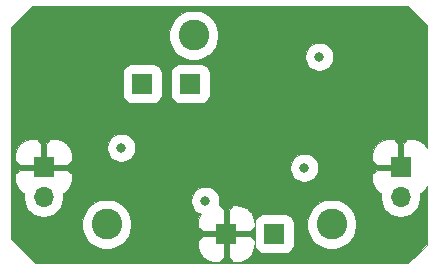
<source format=gbr>
%TF.GenerationSoftware,KiCad,Pcbnew,5.1.10-88a1d61d58~89~ubuntu20.04.1*%
%TF.CreationDate,2022-01-03T20:00:55+01:00*%
%TF.ProjectId,PowerBankAlwaysActive,506f7765-7242-4616-9e6b-416c77617973,rev?*%
%TF.SameCoordinates,Original*%
%TF.FileFunction,Copper,L2,Inr*%
%TF.FilePolarity,Positive*%
%FSLAX46Y46*%
G04 Gerber Fmt 4.6, Leading zero omitted, Abs format (unit mm)*
G04 Created by KiCad (PCBNEW 5.1.10-88a1d61d58~89~ubuntu20.04.1) date 2022-01-03 20:00:55*
%MOMM*%
%LPD*%
G01*
G04 APERTURE LIST*
%TA.AperFunction,ComponentPad*%
%ADD10R,1.700000X1.700000*%
%TD*%
%TA.AperFunction,ComponentPad*%
%ADD11O,1.700000X1.700000*%
%TD*%
%TA.AperFunction,ComponentPad*%
%ADD12C,2.600000*%
%TD*%
%TA.AperFunction,ViaPad*%
%ADD13C,0.800000*%
%TD*%
%TA.AperFunction,Conductor*%
%ADD14C,0.100000*%
%TD*%
G04 APERTURE END LIST*
D10*
%TO.N,+5V*%
%TO.C,J1*%
X25400000Y-36576000D03*
D11*
%TO.N,GND*%
X25400000Y-39116000D03*
%TD*%
%TO.N,GND*%
%TO.C,J2*%
X55626000Y-39116000D03*
D10*
%TO.N,+5V*%
X55626000Y-36576000D03*
%TD*%
D12*
%TO.N,N/C*%
%TO.C,H1*%
X30734000Y-41402000D03*
%TD*%
%TO.N,N/C*%
%TO.C,H2*%
X49784000Y-41402000D03*
%TD*%
%TO.N,N/C*%
%TO.C,H3*%
X38100000Y-25400000D03*
%TD*%
D10*
%TO.N,GND*%
%TO.C,gnd*%
X44936000Y-42196000D03*
%TD*%
%TO.N,+5V*%
%TO.C,+5*%
X40872000Y-42196000D03*
%TD*%
%TO.N,/trig*%
%TO.C,trig*%
X33760000Y-29496000D03*
%TD*%
%TO.N,/output*%
%TO.C,out*%
X37824000Y-29496000D03*
%TD*%
D13*
%TO.N,GND*%
X47476000Y-36608000D03*
X39094000Y-39402000D03*
X31982000Y-34912998D03*
X48746000Y-27210000D03*
%TO.N,+5V*%
X34014000Y-25940000D03*
X34014000Y-41688000D03*
X41126000Y-24670000D03*
%TD*%
D14*
%TO.N,+5V*%
X57827000Y-24503726D02*
X57827001Y-34965443D01*
X57771014Y-34860699D01*
X57577319Y-34624681D01*
X57341301Y-34430986D01*
X57072029Y-34287058D01*
X56779853Y-34198427D01*
X56476000Y-34168500D01*
X56213500Y-34176000D01*
X55826000Y-34563500D01*
X55826000Y-36376000D01*
X55846000Y-36376000D01*
X55846000Y-36776000D01*
X55826000Y-36776000D01*
X55826000Y-36796000D01*
X55426000Y-36796000D01*
X55426000Y-36776000D01*
X53613500Y-36776000D01*
X53226000Y-37163500D01*
X53218500Y-37426000D01*
X53248427Y-37729853D01*
X53337058Y-38022029D01*
X53480986Y-38291301D01*
X53674681Y-38527319D01*
X53910699Y-38721014D01*
X54011522Y-38774905D01*
X53976000Y-38953489D01*
X53976000Y-39278511D01*
X54039408Y-39597287D01*
X54163789Y-39897568D01*
X54344361Y-40167814D01*
X54574186Y-40397639D01*
X54844432Y-40578211D01*
X55144713Y-40702592D01*
X55463489Y-40766000D01*
X55788511Y-40766000D01*
X56107287Y-40702592D01*
X56407568Y-40578211D01*
X56677814Y-40397639D01*
X56907639Y-40167814D01*
X57088211Y-39897568D01*
X57212592Y-39597287D01*
X57276000Y-39278511D01*
X57276000Y-38953489D01*
X57240478Y-38774905D01*
X57341301Y-38721014D01*
X57577319Y-38527319D01*
X57771014Y-38291301D01*
X57827001Y-38186557D01*
X57827001Y-43124273D01*
X56278275Y-44673000D01*
X24703726Y-44673000D01*
X22647000Y-42616275D01*
X22647000Y-41195168D01*
X28634000Y-41195168D01*
X28634000Y-41608832D01*
X28714702Y-42014547D01*
X28873004Y-42396723D01*
X29102823Y-42740672D01*
X29395328Y-43033177D01*
X29739277Y-43262996D01*
X30121453Y-43421298D01*
X30527168Y-43502000D01*
X30940832Y-43502000D01*
X31346547Y-43421298D01*
X31728723Y-43262996D01*
X32053480Y-43046000D01*
X38464500Y-43046000D01*
X38494427Y-43349853D01*
X38583058Y-43642029D01*
X38726986Y-43911301D01*
X38920681Y-44147319D01*
X39156699Y-44341014D01*
X39425971Y-44484942D01*
X39718147Y-44573573D01*
X40022000Y-44603500D01*
X40284500Y-44596000D01*
X40672000Y-44208500D01*
X40672000Y-42396000D01*
X41072000Y-42396000D01*
X41072000Y-44208500D01*
X41459500Y-44596000D01*
X41722000Y-44603500D01*
X42025853Y-44573573D01*
X42318029Y-44484942D01*
X42587301Y-44341014D01*
X42823319Y-44147319D01*
X43017014Y-43911301D01*
X43160942Y-43642029D01*
X43249573Y-43349853D01*
X43279500Y-43046000D01*
X43272000Y-42783500D01*
X42884500Y-42396000D01*
X41072000Y-42396000D01*
X40672000Y-42396000D01*
X38859500Y-42396000D01*
X38472000Y-42783500D01*
X38464500Y-43046000D01*
X32053480Y-43046000D01*
X32072672Y-43033177D01*
X32365177Y-42740672D01*
X32594996Y-42396723D01*
X32753298Y-42014547D01*
X32834000Y-41608832D01*
X32834000Y-41195168D01*
X32753298Y-40789453D01*
X32594996Y-40407277D01*
X32365177Y-40063328D01*
X32072672Y-39770823D01*
X31728723Y-39541004D01*
X31346547Y-39382702D01*
X30940832Y-39302000D01*
X30527168Y-39302000D01*
X30121453Y-39382702D01*
X29739277Y-39541004D01*
X29395328Y-39770823D01*
X29102823Y-40063328D01*
X28873004Y-40407277D01*
X28714702Y-40789453D01*
X28634000Y-41195168D01*
X22647000Y-41195168D01*
X22647000Y-37426000D01*
X22992500Y-37426000D01*
X23022427Y-37729853D01*
X23111058Y-38022029D01*
X23254986Y-38291301D01*
X23448681Y-38527319D01*
X23684699Y-38721014D01*
X23785522Y-38774905D01*
X23750000Y-38953489D01*
X23750000Y-39278511D01*
X23813408Y-39597287D01*
X23937789Y-39897568D01*
X24118361Y-40167814D01*
X24348186Y-40397639D01*
X24618432Y-40578211D01*
X24918713Y-40702592D01*
X25237489Y-40766000D01*
X25562511Y-40766000D01*
X25881287Y-40702592D01*
X26181568Y-40578211D01*
X26451814Y-40397639D01*
X26681639Y-40167814D01*
X26862211Y-39897568D01*
X26986592Y-39597287D01*
X27048945Y-39283810D01*
X37894000Y-39283810D01*
X37894000Y-39520190D01*
X37940116Y-39752027D01*
X38030574Y-39970413D01*
X38161899Y-40166955D01*
X38329045Y-40334101D01*
X38525587Y-40465426D01*
X38697163Y-40536495D01*
X38583058Y-40749971D01*
X38494427Y-41042147D01*
X38464500Y-41346000D01*
X38472000Y-41608500D01*
X38859500Y-41996000D01*
X40672000Y-41996000D01*
X40672000Y-40183500D01*
X41072000Y-40183500D01*
X41072000Y-41996000D01*
X42884500Y-41996000D01*
X43272000Y-41608500D01*
X43279500Y-41346000D01*
X43282130Y-41346000D01*
X43282130Y-43046000D01*
X43297576Y-43202827D01*
X43343321Y-43353628D01*
X43417607Y-43492606D01*
X43517578Y-43614422D01*
X43639394Y-43714393D01*
X43778372Y-43788679D01*
X43929173Y-43834424D01*
X44086000Y-43849870D01*
X45786000Y-43849870D01*
X45942827Y-43834424D01*
X46093628Y-43788679D01*
X46232606Y-43714393D01*
X46354422Y-43614422D01*
X46454393Y-43492606D01*
X46528679Y-43353628D01*
X46574424Y-43202827D01*
X46589870Y-43046000D01*
X46589870Y-41346000D01*
X46575015Y-41195168D01*
X47684000Y-41195168D01*
X47684000Y-41608832D01*
X47764702Y-42014547D01*
X47923004Y-42396723D01*
X48152823Y-42740672D01*
X48445328Y-43033177D01*
X48789277Y-43262996D01*
X49171453Y-43421298D01*
X49577168Y-43502000D01*
X49990832Y-43502000D01*
X50396547Y-43421298D01*
X50778723Y-43262996D01*
X51122672Y-43033177D01*
X51415177Y-42740672D01*
X51644996Y-42396723D01*
X51803298Y-42014547D01*
X51884000Y-41608832D01*
X51884000Y-41195168D01*
X51803298Y-40789453D01*
X51644996Y-40407277D01*
X51415177Y-40063328D01*
X51122672Y-39770823D01*
X50778723Y-39541004D01*
X50396547Y-39382702D01*
X49990832Y-39302000D01*
X49577168Y-39302000D01*
X49171453Y-39382702D01*
X48789277Y-39541004D01*
X48445328Y-39770823D01*
X48152823Y-40063328D01*
X47923004Y-40407277D01*
X47764702Y-40789453D01*
X47684000Y-41195168D01*
X46575015Y-41195168D01*
X46574424Y-41189173D01*
X46528679Y-41038372D01*
X46454393Y-40899394D01*
X46354422Y-40777578D01*
X46232606Y-40677607D01*
X46093628Y-40603321D01*
X45942827Y-40557576D01*
X45786000Y-40542130D01*
X44086000Y-40542130D01*
X43929173Y-40557576D01*
X43778372Y-40603321D01*
X43639394Y-40677607D01*
X43517578Y-40777578D01*
X43417607Y-40899394D01*
X43343321Y-41038372D01*
X43297576Y-41189173D01*
X43282130Y-41346000D01*
X43279500Y-41346000D01*
X43249573Y-41042147D01*
X43160942Y-40749971D01*
X43017014Y-40480699D01*
X42823319Y-40244681D01*
X42587301Y-40050986D01*
X42318029Y-39907058D01*
X42025853Y-39818427D01*
X41722000Y-39788500D01*
X41459500Y-39796000D01*
X41072000Y-40183500D01*
X40672000Y-40183500D01*
X40284500Y-39796000D01*
X40230311Y-39794452D01*
X40247884Y-39752027D01*
X40294000Y-39520190D01*
X40294000Y-39283810D01*
X40247884Y-39051973D01*
X40157426Y-38833587D01*
X40026101Y-38637045D01*
X39858955Y-38469899D01*
X39662413Y-38338574D01*
X39444027Y-38248116D01*
X39212190Y-38202000D01*
X38975810Y-38202000D01*
X38743973Y-38248116D01*
X38525587Y-38338574D01*
X38329045Y-38469899D01*
X38161899Y-38637045D01*
X38030574Y-38833587D01*
X37940116Y-39051973D01*
X37894000Y-39283810D01*
X27048945Y-39283810D01*
X27050000Y-39278511D01*
X27050000Y-38953489D01*
X27014478Y-38774905D01*
X27115301Y-38721014D01*
X27351319Y-38527319D01*
X27545014Y-38291301D01*
X27688942Y-38022029D01*
X27777573Y-37729853D01*
X27807500Y-37426000D01*
X27800000Y-37163500D01*
X27412500Y-36776000D01*
X25600000Y-36776000D01*
X25600000Y-36796000D01*
X25200000Y-36796000D01*
X25200000Y-36776000D01*
X23387500Y-36776000D01*
X23000000Y-37163500D01*
X22992500Y-37426000D01*
X22647000Y-37426000D01*
X22647000Y-36489810D01*
X46276000Y-36489810D01*
X46276000Y-36726190D01*
X46322116Y-36958027D01*
X46412574Y-37176413D01*
X46543899Y-37372955D01*
X46711045Y-37540101D01*
X46907587Y-37671426D01*
X47125973Y-37761884D01*
X47357810Y-37808000D01*
X47594190Y-37808000D01*
X47826027Y-37761884D01*
X48044413Y-37671426D01*
X48240955Y-37540101D01*
X48408101Y-37372955D01*
X48539426Y-37176413D01*
X48629884Y-36958027D01*
X48676000Y-36726190D01*
X48676000Y-36489810D01*
X48629884Y-36257973D01*
X48539426Y-36039587D01*
X48408101Y-35843045D01*
X48291056Y-35726000D01*
X53218500Y-35726000D01*
X53226000Y-35988500D01*
X53613500Y-36376000D01*
X55426000Y-36376000D01*
X55426000Y-34563500D01*
X55038500Y-34176000D01*
X54776000Y-34168500D01*
X54472147Y-34198427D01*
X54179971Y-34287058D01*
X53910699Y-34430986D01*
X53674681Y-34624681D01*
X53480986Y-34860699D01*
X53337058Y-35129971D01*
X53248427Y-35422147D01*
X53218500Y-35726000D01*
X48291056Y-35726000D01*
X48240955Y-35675899D01*
X48044413Y-35544574D01*
X47826027Y-35454116D01*
X47594190Y-35408000D01*
X47357810Y-35408000D01*
X47125973Y-35454116D01*
X46907587Y-35544574D01*
X46711045Y-35675899D01*
X46543899Y-35843045D01*
X46412574Y-36039587D01*
X46322116Y-36257973D01*
X46276000Y-36489810D01*
X22647000Y-36489810D01*
X22647000Y-35726000D01*
X22992500Y-35726000D01*
X23000000Y-35988500D01*
X23387500Y-36376000D01*
X25200000Y-36376000D01*
X25200000Y-34563500D01*
X25600000Y-34563500D01*
X25600000Y-36376000D01*
X27412500Y-36376000D01*
X27800000Y-35988500D01*
X27807500Y-35726000D01*
X27777573Y-35422147D01*
X27688942Y-35129971D01*
X27545014Y-34860699D01*
X27490939Y-34794808D01*
X30782000Y-34794808D01*
X30782000Y-35031188D01*
X30828116Y-35263025D01*
X30918574Y-35481411D01*
X31049899Y-35677953D01*
X31217045Y-35845099D01*
X31413587Y-35976424D01*
X31631973Y-36066882D01*
X31863810Y-36112998D01*
X32100190Y-36112998D01*
X32332027Y-36066882D01*
X32550413Y-35976424D01*
X32746955Y-35845099D01*
X32914101Y-35677953D01*
X33045426Y-35481411D01*
X33135884Y-35263025D01*
X33182000Y-35031188D01*
X33182000Y-34794808D01*
X33135884Y-34562971D01*
X33045426Y-34344585D01*
X32914101Y-34148043D01*
X32746955Y-33980897D01*
X32550413Y-33849572D01*
X32332027Y-33759114D01*
X32100190Y-33712998D01*
X31863810Y-33712998D01*
X31631973Y-33759114D01*
X31413587Y-33849572D01*
X31217045Y-33980897D01*
X31049899Y-34148043D01*
X30918574Y-34344585D01*
X30828116Y-34562971D01*
X30782000Y-34794808D01*
X27490939Y-34794808D01*
X27351319Y-34624681D01*
X27115301Y-34430986D01*
X26846029Y-34287058D01*
X26553853Y-34198427D01*
X26250000Y-34168500D01*
X25987500Y-34176000D01*
X25600000Y-34563500D01*
X25200000Y-34563500D01*
X24812500Y-34176000D01*
X24550000Y-34168500D01*
X24246147Y-34198427D01*
X23953971Y-34287058D01*
X23684699Y-34430986D01*
X23448681Y-34624681D01*
X23254986Y-34860699D01*
X23111058Y-35129971D01*
X23022427Y-35422147D01*
X22992500Y-35726000D01*
X22647000Y-35726000D01*
X22647000Y-28646000D01*
X32106130Y-28646000D01*
X32106130Y-30346000D01*
X32121576Y-30502827D01*
X32167321Y-30653628D01*
X32241607Y-30792606D01*
X32341578Y-30914422D01*
X32463394Y-31014393D01*
X32602372Y-31088679D01*
X32753173Y-31134424D01*
X32910000Y-31149870D01*
X34610000Y-31149870D01*
X34766827Y-31134424D01*
X34917628Y-31088679D01*
X35056606Y-31014393D01*
X35178422Y-30914422D01*
X35278393Y-30792606D01*
X35352679Y-30653628D01*
X35398424Y-30502827D01*
X35413870Y-30346000D01*
X35413870Y-28646000D01*
X36170130Y-28646000D01*
X36170130Y-30346000D01*
X36185576Y-30502827D01*
X36231321Y-30653628D01*
X36305607Y-30792606D01*
X36405578Y-30914422D01*
X36527394Y-31014393D01*
X36666372Y-31088679D01*
X36817173Y-31134424D01*
X36974000Y-31149870D01*
X38674000Y-31149870D01*
X38830827Y-31134424D01*
X38981628Y-31088679D01*
X39120606Y-31014393D01*
X39242422Y-30914422D01*
X39342393Y-30792606D01*
X39416679Y-30653628D01*
X39462424Y-30502827D01*
X39477870Y-30346000D01*
X39477870Y-28646000D01*
X39462424Y-28489173D01*
X39416679Y-28338372D01*
X39342393Y-28199394D01*
X39242422Y-28077578D01*
X39120606Y-27977607D01*
X38981628Y-27903321D01*
X38830827Y-27857576D01*
X38674000Y-27842130D01*
X36974000Y-27842130D01*
X36817173Y-27857576D01*
X36666372Y-27903321D01*
X36527394Y-27977607D01*
X36405578Y-28077578D01*
X36305607Y-28199394D01*
X36231321Y-28338372D01*
X36185576Y-28489173D01*
X36170130Y-28646000D01*
X35413870Y-28646000D01*
X35398424Y-28489173D01*
X35352679Y-28338372D01*
X35278393Y-28199394D01*
X35178422Y-28077578D01*
X35056606Y-27977607D01*
X34917628Y-27903321D01*
X34766827Y-27857576D01*
X34610000Y-27842130D01*
X32910000Y-27842130D01*
X32753173Y-27857576D01*
X32602372Y-27903321D01*
X32463394Y-27977607D01*
X32341578Y-28077578D01*
X32241607Y-28199394D01*
X32167321Y-28338372D01*
X32121576Y-28489173D01*
X32106130Y-28646000D01*
X22647000Y-28646000D01*
X22647000Y-25193168D01*
X36000000Y-25193168D01*
X36000000Y-25606832D01*
X36080702Y-26012547D01*
X36239004Y-26394723D01*
X36468823Y-26738672D01*
X36761328Y-27031177D01*
X37105277Y-27260996D01*
X37487453Y-27419298D01*
X37893168Y-27500000D01*
X38306832Y-27500000D01*
X38712547Y-27419298D01*
X39094723Y-27260996D01*
X39347928Y-27091810D01*
X47546000Y-27091810D01*
X47546000Y-27328190D01*
X47592116Y-27560027D01*
X47682574Y-27778413D01*
X47813899Y-27974955D01*
X47981045Y-28142101D01*
X48177587Y-28273426D01*
X48395973Y-28363884D01*
X48627810Y-28410000D01*
X48864190Y-28410000D01*
X49096027Y-28363884D01*
X49314413Y-28273426D01*
X49510955Y-28142101D01*
X49678101Y-27974955D01*
X49809426Y-27778413D01*
X49899884Y-27560027D01*
X49946000Y-27328190D01*
X49946000Y-27091810D01*
X49899884Y-26859973D01*
X49809426Y-26641587D01*
X49678101Y-26445045D01*
X49510955Y-26277899D01*
X49314413Y-26146574D01*
X49096027Y-26056116D01*
X48864190Y-26010000D01*
X48627810Y-26010000D01*
X48395973Y-26056116D01*
X48177587Y-26146574D01*
X47981045Y-26277899D01*
X47813899Y-26445045D01*
X47682574Y-26641587D01*
X47592116Y-26859973D01*
X47546000Y-27091810D01*
X39347928Y-27091810D01*
X39438672Y-27031177D01*
X39731177Y-26738672D01*
X39960996Y-26394723D01*
X40119298Y-26012547D01*
X40200000Y-25606832D01*
X40200000Y-25193168D01*
X40119298Y-24787453D01*
X39960996Y-24405277D01*
X39731177Y-24061328D01*
X39438672Y-23768823D01*
X39094723Y-23539004D01*
X38712547Y-23380702D01*
X38306832Y-23300000D01*
X37893168Y-23300000D01*
X37487453Y-23380702D01*
X37105277Y-23539004D01*
X36761328Y-23768823D01*
X36468823Y-24061328D01*
X36239004Y-24405277D01*
X36080702Y-24787453D01*
X36000000Y-25193168D01*
X22647000Y-25193168D01*
X22647000Y-24757725D01*
X24449726Y-22955000D01*
X56278275Y-22955000D01*
X57827000Y-24503726D01*
%TA.AperFunction,Conductor*%
G36*
X57827000Y-24503726D02*
G01*
X57827001Y-34965443D01*
X57771014Y-34860699D01*
X57577319Y-34624681D01*
X57341301Y-34430986D01*
X57072029Y-34287058D01*
X56779853Y-34198427D01*
X56476000Y-34168500D01*
X56213500Y-34176000D01*
X55826000Y-34563500D01*
X55826000Y-36376000D01*
X55846000Y-36376000D01*
X55846000Y-36776000D01*
X55826000Y-36776000D01*
X55826000Y-36796000D01*
X55426000Y-36796000D01*
X55426000Y-36776000D01*
X53613500Y-36776000D01*
X53226000Y-37163500D01*
X53218500Y-37426000D01*
X53248427Y-37729853D01*
X53337058Y-38022029D01*
X53480986Y-38291301D01*
X53674681Y-38527319D01*
X53910699Y-38721014D01*
X54011522Y-38774905D01*
X53976000Y-38953489D01*
X53976000Y-39278511D01*
X54039408Y-39597287D01*
X54163789Y-39897568D01*
X54344361Y-40167814D01*
X54574186Y-40397639D01*
X54844432Y-40578211D01*
X55144713Y-40702592D01*
X55463489Y-40766000D01*
X55788511Y-40766000D01*
X56107287Y-40702592D01*
X56407568Y-40578211D01*
X56677814Y-40397639D01*
X56907639Y-40167814D01*
X57088211Y-39897568D01*
X57212592Y-39597287D01*
X57276000Y-39278511D01*
X57276000Y-38953489D01*
X57240478Y-38774905D01*
X57341301Y-38721014D01*
X57577319Y-38527319D01*
X57771014Y-38291301D01*
X57827001Y-38186557D01*
X57827001Y-43124273D01*
X56278275Y-44673000D01*
X24703726Y-44673000D01*
X22647000Y-42616275D01*
X22647000Y-41195168D01*
X28634000Y-41195168D01*
X28634000Y-41608832D01*
X28714702Y-42014547D01*
X28873004Y-42396723D01*
X29102823Y-42740672D01*
X29395328Y-43033177D01*
X29739277Y-43262996D01*
X30121453Y-43421298D01*
X30527168Y-43502000D01*
X30940832Y-43502000D01*
X31346547Y-43421298D01*
X31728723Y-43262996D01*
X32053480Y-43046000D01*
X38464500Y-43046000D01*
X38494427Y-43349853D01*
X38583058Y-43642029D01*
X38726986Y-43911301D01*
X38920681Y-44147319D01*
X39156699Y-44341014D01*
X39425971Y-44484942D01*
X39718147Y-44573573D01*
X40022000Y-44603500D01*
X40284500Y-44596000D01*
X40672000Y-44208500D01*
X40672000Y-42396000D01*
X41072000Y-42396000D01*
X41072000Y-44208500D01*
X41459500Y-44596000D01*
X41722000Y-44603500D01*
X42025853Y-44573573D01*
X42318029Y-44484942D01*
X42587301Y-44341014D01*
X42823319Y-44147319D01*
X43017014Y-43911301D01*
X43160942Y-43642029D01*
X43249573Y-43349853D01*
X43279500Y-43046000D01*
X43272000Y-42783500D01*
X42884500Y-42396000D01*
X41072000Y-42396000D01*
X40672000Y-42396000D01*
X38859500Y-42396000D01*
X38472000Y-42783500D01*
X38464500Y-43046000D01*
X32053480Y-43046000D01*
X32072672Y-43033177D01*
X32365177Y-42740672D01*
X32594996Y-42396723D01*
X32753298Y-42014547D01*
X32834000Y-41608832D01*
X32834000Y-41195168D01*
X32753298Y-40789453D01*
X32594996Y-40407277D01*
X32365177Y-40063328D01*
X32072672Y-39770823D01*
X31728723Y-39541004D01*
X31346547Y-39382702D01*
X30940832Y-39302000D01*
X30527168Y-39302000D01*
X30121453Y-39382702D01*
X29739277Y-39541004D01*
X29395328Y-39770823D01*
X29102823Y-40063328D01*
X28873004Y-40407277D01*
X28714702Y-40789453D01*
X28634000Y-41195168D01*
X22647000Y-41195168D01*
X22647000Y-37426000D01*
X22992500Y-37426000D01*
X23022427Y-37729853D01*
X23111058Y-38022029D01*
X23254986Y-38291301D01*
X23448681Y-38527319D01*
X23684699Y-38721014D01*
X23785522Y-38774905D01*
X23750000Y-38953489D01*
X23750000Y-39278511D01*
X23813408Y-39597287D01*
X23937789Y-39897568D01*
X24118361Y-40167814D01*
X24348186Y-40397639D01*
X24618432Y-40578211D01*
X24918713Y-40702592D01*
X25237489Y-40766000D01*
X25562511Y-40766000D01*
X25881287Y-40702592D01*
X26181568Y-40578211D01*
X26451814Y-40397639D01*
X26681639Y-40167814D01*
X26862211Y-39897568D01*
X26986592Y-39597287D01*
X27048945Y-39283810D01*
X37894000Y-39283810D01*
X37894000Y-39520190D01*
X37940116Y-39752027D01*
X38030574Y-39970413D01*
X38161899Y-40166955D01*
X38329045Y-40334101D01*
X38525587Y-40465426D01*
X38697163Y-40536495D01*
X38583058Y-40749971D01*
X38494427Y-41042147D01*
X38464500Y-41346000D01*
X38472000Y-41608500D01*
X38859500Y-41996000D01*
X40672000Y-41996000D01*
X40672000Y-40183500D01*
X41072000Y-40183500D01*
X41072000Y-41996000D01*
X42884500Y-41996000D01*
X43272000Y-41608500D01*
X43279500Y-41346000D01*
X43282130Y-41346000D01*
X43282130Y-43046000D01*
X43297576Y-43202827D01*
X43343321Y-43353628D01*
X43417607Y-43492606D01*
X43517578Y-43614422D01*
X43639394Y-43714393D01*
X43778372Y-43788679D01*
X43929173Y-43834424D01*
X44086000Y-43849870D01*
X45786000Y-43849870D01*
X45942827Y-43834424D01*
X46093628Y-43788679D01*
X46232606Y-43714393D01*
X46354422Y-43614422D01*
X46454393Y-43492606D01*
X46528679Y-43353628D01*
X46574424Y-43202827D01*
X46589870Y-43046000D01*
X46589870Y-41346000D01*
X46575015Y-41195168D01*
X47684000Y-41195168D01*
X47684000Y-41608832D01*
X47764702Y-42014547D01*
X47923004Y-42396723D01*
X48152823Y-42740672D01*
X48445328Y-43033177D01*
X48789277Y-43262996D01*
X49171453Y-43421298D01*
X49577168Y-43502000D01*
X49990832Y-43502000D01*
X50396547Y-43421298D01*
X50778723Y-43262996D01*
X51122672Y-43033177D01*
X51415177Y-42740672D01*
X51644996Y-42396723D01*
X51803298Y-42014547D01*
X51884000Y-41608832D01*
X51884000Y-41195168D01*
X51803298Y-40789453D01*
X51644996Y-40407277D01*
X51415177Y-40063328D01*
X51122672Y-39770823D01*
X50778723Y-39541004D01*
X50396547Y-39382702D01*
X49990832Y-39302000D01*
X49577168Y-39302000D01*
X49171453Y-39382702D01*
X48789277Y-39541004D01*
X48445328Y-39770823D01*
X48152823Y-40063328D01*
X47923004Y-40407277D01*
X47764702Y-40789453D01*
X47684000Y-41195168D01*
X46575015Y-41195168D01*
X46574424Y-41189173D01*
X46528679Y-41038372D01*
X46454393Y-40899394D01*
X46354422Y-40777578D01*
X46232606Y-40677607D01*
X46093628Y-40603321D01*
X45942827Y-40557576D01*
X45786000Y-40542130D01*
X44086000Y-40542130D01*
X43929173Y-40557576D01*
X43778372Y-40603321D01*
X43639394Y-40677607D01*
X43517578Y-40777578D01*
X43417607Y-40899394D01*
X43343321Y-41038372D01*
X43297576Y-41189173D01*
X43282130Y-41346000D01*
X43279500Y-41346000D01*
X43249573Y-41042147D01*
X43160942Y-40749971D01*
X43017014Y-40480699D01*
X42823319Y-40244681D01*
X42587301Y-40050986D01*
X42318029Y-39907058D01*
X42025853Y-39818427D01*
X41722000Y-39788500D01*
X41459500Y-39796000D01*
X41072000Y-40183500D01*
X40672000Y-40183500D01*
X40284500Y-39796000D01*
X40230311Y-39794452D01*
X40247884Y-39752027D01*
X40294000Y-39520190D01*
X40294000Y-39283810D01*
X40247884Y-39051973D01*
X40157426Y-38833587D01*
X40026101Y-38637045D01*
X39858955Y-38469899D01*
X39662413Y-38338574D01*
X39444027Y-38248116D01*
X39212190Y-38202000D01*
X38975810Y-38202000D01*
X38743973Y-38248116D01*
X38525587Y-38338574D01*
X38329045Y-38469899D01*
X38161899Y-38637045D01*
X38030574Y-38833587D01*
X37940116Y-39051973D01*
X37894000Y-39283810D01*
X27048945Y-39283810D01*
X27050000Y-39278511D01*
X27050000Y-38953489D01*
X27014478Y-38774905D01*
X27115301Y-38721014D01*
X27351319Y-38527319D01*
X27545014Y-38291301D01*
X27688942Y-38022029D01*
X27777573Y-37729853D01*
X27807500Y-37426000D01*
X27800000Y-37163500D01*
X27412500Y-36776000D01*
X25600000Y-36776000D01*
X25600000Y-36796000D01*
X25200000Y-36796000D01*
X25200000Y-36776000D01*
X23387500Y-36776000D01*
X23000000Y-37163500D01*
X22992500Y-37426000D01*
X22647000Y-37426000D01*
X22647000Y-36489810D01*
X46276000Y-36489810D01*
X46276000Y-36726190D01*
X46322116Y-36958027D01*
X46412574Y-37176413D01*
X46543899Y-37372955D01*
X46711045Y-37540101D01*
X46907587Y-37671426D01*
X47125973Y-37761884D01*
X47357810Y-37808000D01*
X47594190Y-37808000D01*
X47826027Y-37761884D01*
X48044413Y-37671426D01*
X48240955Y-37540101D01*
X48408101Y-37372955D01*
X48539426Y-37176413D01*
X48629884Y-36958027D01*
X48676000Y-36726190D01*
X48676000Y-36489810D01*
X48629884Y-36257973D01*
X48539426Y-36039587D01*
X48408101Y-35843045D01*
X48291056Y-35726000D01*
X53218500Y-35726000D01*
X53226000Y-35988500D01*
X53613500Y-36376000D01*
X55426000Y-36376000D01*
X55426000Y-34563500D01*
X55038500Y-34176000D01*
X54776000Y-34168500D01*
X54472147Y-34198427D01*
X54179971Y-34287058D01*
X53910699Y-34430986D01*
X53674681Y-34624681D01*
X53480986Y-34860699D01*
X53337058Y-35129971D01*
X53248427Y-35422147D01*
X53218500Y-35726000D01*
X48291056Y-35726000D01*
X48240955Y-35675899D01*
X48044413Y-35544574D01*
X47826027Y-35454116D01*
X47594190Y-35408000D01*
X47357810Y-35408000D01*
X47125973Y-35454116D01*
X46907587Y-35544574D01*
X46711045Y-35675899D01*
X46543899Y-35843045D01*
X46412574Y-36039587D01*
X46322116Y-36257973D01*
X46276000Y-36489810D01*
X22647000Y-36489810D01*
X22647000Y-35726000D01*
X22992500Y-35726000D01*
X23000000Y-35988500D01*
X23387500Y-36376000D01*
X25200000Y-36376000D01*
X25200000Y-34563500D01*
X25600000Y-34563500D01*
X25600000Y-36376000D01*
X27412500Y-36376000D01*
X27800000Y-35988500D01*
X27807500Y-35726000D01*
X27777573Y-35422147D01*
X27688942Y-35129971D01*
X27545014Y-34860699D01*
X27490939Y-34794808D01*
X30782000Y-34794808D01*
X30782000Y-35031188D01*
X30828116Y-35263025D01*
X30918574Y-35481411D01*
X31049899Y-35677953D01*
X31217045Y-35845099D01*
X31413587Y-35976424D01*
X31631973Y-36066882D01*
X31863810Y-36112998D01*
X32100190Y-36112998D01*
X32332027Y-36066882D01*
X32550413Y-35976424D01*
X32746955Y-35845099D01*
X32914101Y-35677953D01*
X33045426Y-35481411D01*
X33135884Y-35263025D01*
X33182000Y-35031188D01*
X33182000Y-34794808D01*
X33135884Y-34562971D01*
X33045426Y-34344585D01*
X32914101Y-34148043D01*
X32746955Y-33980897D01*
X32550413Y-33849572D01*
X32332027Y-33759114D01*
X32100190Y-33712998D01*
X31863810Y-33712998D01*
X31631973Y-33759114D01*
X31413587Y-33849572D01*
X31217045Y-33980897D01*
X31049899Y-34148043D01*
X30918574Y-34344585D01*
X30828116Y-34562971D01*
X30782000Y-34794808D01*
X27490939Y-34794808D01*
X27351319Y-34624681D01*
X27115301Y-34430986D01*
X26846029Y-34287058D01*
X26553853Y-34198427D01*
X26250000Y-34168500D01*
X25987500Y-34176000D01*
X25600000Y-34563500D01*
X25200000Y-34563500D01*
X24812500Y-34176000D01*
X24550000Y-34168500D01*
X24246147Y-34198427D01*
X23953971Y-34287058D01*
X23684699Y-34430986D01*
X23448681Y-34624681D01*
X23254986Y-34860699D01*
X23111058Y-35129971D01*
X23022427Y-35422147D01*
X22992500Y-35726000D01*
X22647000Y-35726000D01*
X22647000Y-28646000D01*
X32106130Y-28646000D01*
X32106130Y-30346000D01*
X32121576Y-30502827D01*
X32167321Y-30653628D01*
X32241607Y-30792606D01*
X32341578Y-30914422D01*
X32463394Y-31014393D01*
X32602372Y-31088679D01*
X32753173Y-31134424D01*
X32910000Y-31149870D01*
X34610000Y-31149870D01*
X34766827Y-31134424D01*
X34917628Y-31088679D01*
X35056606Y-31014393D01*
X35178422Y-30914422D01*
X35278393Y-30792606D01*
X35352679Y-30653628D01*
X35398424Y-30502827D01*
X35413870Y-30346000D01*
X35413870Y-28646000D01*
X36170130Y-28646000D01*
X36170130Y-30346000D01*
X36185576Y-30502827D01*
X36231321Y-30653628D01*
X36305607Y-30792606D01*
X36405578Y-30914422D01*
X36527394Y-31014393D01*
X36666372Y-31088679D01*
X36817173Y-31134424D01*
X36974000Y-31149870D01*
X38674000Y-31149870D01*
X38830827Y-31134424D01*
X38981628Y-31088679D01*
X39120606Y-31014393D01*
X39242422Y-30914422D01*
X39342393Y-30792606D01*
X39416679Y-30653628D01*
X39462424Y-30502827D01*
X39477870Y-30346000D01*
X39477870Y-28646000D01*
X39462424Y-28489173D01*
X39416679Y-28338372D01*
X39342393Y-28199394D01*
X39242422Y-28077578D01*
X39120606Y-27977607D01*
X38981628Y-27903321D01*
X38830827Y-27857576D01*
X38674000Y-27842130D01*
X36974000Y-27842130D01*
X36817173Y-27857576D01*
X36666372Y-27903321D01*
X36527394Y-27977607D01*
X36405578Y-28077578D01*
X36305607Y-28199394D01*
X36231321Y-28338372D01*
X36185576Y-28489173D01*
X36170130Y-28646000D01*
X35413870Y-28646000D01*
X35398424Y-28489173D01*
X35352679Y-28338372D01*
X35278393Y-28199394D01*
X35178422Y-28077578D01*
X35056606Y-27977607D01*
X34917628Y-27903321D01*
X34766827Y-27857576D01*
X34610000Y-27842130D01*
X32910000Y-27842130D01*
X32753173Y-27857576D01*
X32602372Y-27903321D01*
X32463394Y-27977607D01*
X32341578Y-28077578D01*
X32241607Y-28199394D01*
X32167321Y-28338372D01*
X32121576Y-28489173D01*
X32106130Y-28646000D01*
X22647000Y-28646000D01*
X22647000Y-25193168D01*
X36000000Y-25193168D01*
X36000000Y-25606832D01*
X36080702Y-26012547D01*
X36239004Y-26394723D01*
X36468823Y-26738672D01*
X36761328Y-27031177D01*
X37105277Y-27260996D01*
X37487453Y-27419298D01*
X37893168Y-27500000D01*
X38306832Y-27500000D01*
X38712547Y-27419298D01*
X39094723Y-27260996D01*
X39347928Y-27091810D01*
X47546000Y-27091810D01*
X47546000Y-27328190D01*
X47592116Y-27560027D01*
X47682574Y-27778413D01*
X47813899Y-27974955D01*
X47981045Y-28142101D01*
X48177587Y-28273426D01*
X48395973Y-28363884D01*
X48627810Y-28410000D01*
X48864190Y-28410000D01*
X49096027Y-28363884D01*
X49314413Y-28273426D01*
X49510955Y-28142101D01*
X49678101Y-27974955D01*
X49809426Y-27778413D01*
X49899884Y-27560027D01*
X49946000Y-27328190D01*
X49946000Y-27091810D01*
X49899884Y-26859973D01*
X49809426Y-26641587D01*
X49678101Y-26445045D01*
X49510955Y-26277899D01*
X49314413Y-26146574D01*
X49096027Y-26056116D01*
X48864190Y-26010000D01*
X48627810Y-26010000D01*
X48395973Y-26056116D01*
X48177587Y-26146574D01*
X47981045Y-26277899D01*
X47813899Y-26445045D01*
X47682574Y-26641587D01*
X47592116Y-26859973D01*
X47546000Y-27091810D01*
X39347928Y-27091810D01*
X39438672Y-27031177D01*
X39731177Y-26738672D01*
X39960996Y-26394723D01*
X40119298Y-26012547D01*
X40200000Y-25606832D01*
X40200000Y-25193168D01*
X40119298Y-24787453D01*
X39960996Y-24405277D01*
X39731177Y-24061328D01*
X39438672Y-23768823D01*
X39094723Y-23539004D01*
X38712547Y-23380702D01*
X38306832Y-23300000D01*
X37893168Y-23300000D01*
X37487453Y-23380702D01*
X37105277Y-23539004D01*
X36761328Y-23768823D01*
X36468823Y-24061328D01*
X36239004Y-24405277D01*
X36080702Y-24787453D01*
X36000000Y-25193168D01*
X22647000Y-25193168D01*
X22647000Y-24757725D01*
X24449726Y-22955000D01*
X56278275Y-22955000D01*
X57827000Y-24503726D01*
G37*
%TD.AperFunction*%
%TD*%
M02*

</source>
